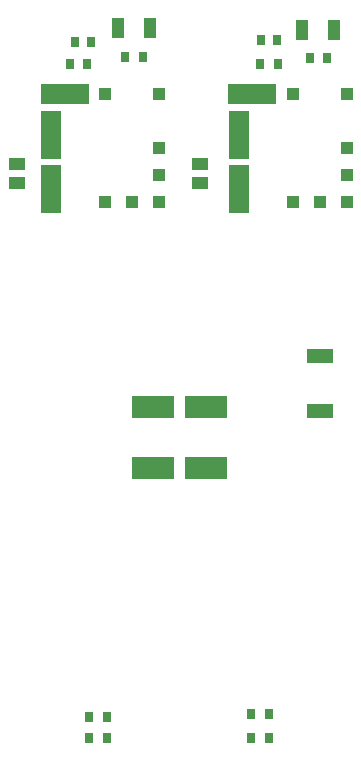
<source format=gtp>
%FSTAX24Y24*%
%MOIN*%
%SFA1B1*%

%IPPOS*%
%ADD10R,0.027600X0.035400*%
%ADD11R,0.141700X0.072800*%
%ADD12R,0.031500X0.035400*%
%ADD13R,0.055100X0.043300*%
%ADD14R,0.043300X0.066900*%
%ADD15R,0.069700X0.160200*%
%ADD16R,0.160200X0.069700*%
%ADD17R,0.039800X0.039800*%
%ADD18R,0.086600X0.051200*%
%LNtoasterbigboard-1*%
%LPD*%
G54D10*
X090555Y04305D03*
X091145D03*
X089495Y04285D03*
X088905D03*
X084405Y0431D03*
X084995D03*
X083145Y04285D03*
X082555D03*
X089205Y02118D03*
X088615D03*
X083205Y0211D03*
X083795D03*
X088605Y0204D03*
X089195D03*
X083795D03*
X083205D03*
G54D11*
X0871Y02937D03*
Y03143D03*
X08535Y02937D03*
Y03143D03*
G54D12*
X088924Y04365D03*
X089476D03*
X082724Y0436D03*
X083276D03*
G54D13*
X0869Y039515D03*
Y038885D03*
X0808Y039515D03*
Y038885D03*
G54D14*
X090318Y044D03*
X091382D03*
X084169Y04405D03*
X085232D03*
G54D15*
X088199Y040501D03*
Y038702D03*
X081949Y040501D03*
Y038702D03*
G54D16*
X088648Y041851D03*
X082398D03*
G54D17*
X091801Y040052D03*
Y038249D03*
Y03915D03*
X089998Y041851D03*
Y038249D03*
X0909D03*
X091801Y041851D03*
X085551Y040052D03*
Y038249D03*
Y03915D03*
X083748Y041851D03*
Y038249D03*
X08465D03*
X085551Y041851D03*
G54D18*
X0909Y033125D03*
Y031275D03*
M02*
</source>
